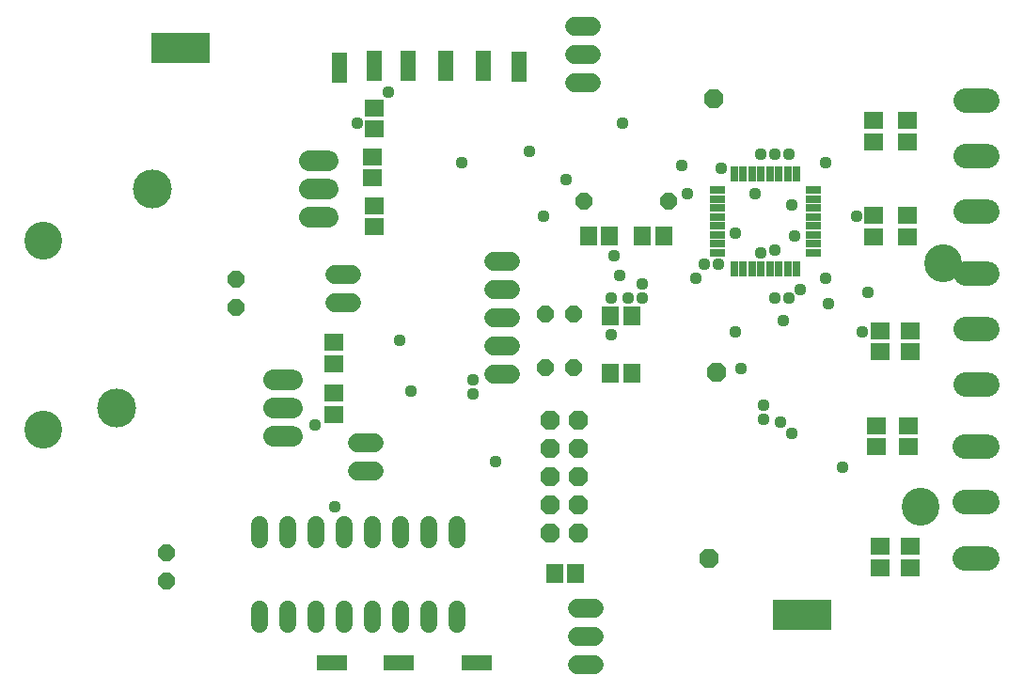
<source format=gts>
G75*
G70*
%OFA0B0*%
%FSLAX24Y24*%
%IPPOS*%
%LPD*%
%AMOC8*
5,1,8,0,0,1.08239X$1,22.5*
%
%ADD10C,0.1340*%
%ADD11C,0.0600*%
%ADD12C,0.0740*%
%ADD13C,0.1380*%
%ADD14R,0.0671X0.0592*%
%ADD15OC8,0.0680*%
%ADD16OC8,0.0600*%
%ADD17C,0.0680*%
%ADD18R,0.2080X0.1080*%
%ADD19R,0.0580X0.1080*%
%ADD20R,0.0580X0.0300*%
%ADD21R,0.0300X0.0580*%
%ADD22C,0.0860*%
%ADD23R,0.0592X0.0671*%
%ADD24R,0.1080X0.0580*%
%ADD25R,0.0592X0.0710*%
%ADD26C,0.0437*%
D10*
X002120Y009368D03*
X002120Y016060D03*
X033222Y006612D03*
X034009Y015273D03*
D11*
X016785Y005986D02*
X016785Y005466D01*
X015785Y005466D02*
X015785Y005986D01*
X014785Y005986D02*
X014785Y005466D01*
X013785Y005466D02*
X013785Y005986D01*
X012785Y005986D02*
X012785Y005466D01*
X011785Y005466D02*
X011785Y005986D01*
X010785Y005986D02*
X010785Y005466D01*
X009785Y005466D02*
X009785Y005986D01*
X009785Y002986D02*
X009785Y002466D01*
X010785Y002466D02*
X010785Y002986D01*
X011785Y002986D02*
X011785Y002466D01*
X012785Y002466D02*
X012785Y002986D01*
X013785Y002986D02*
X013785Y002466D01*
X014785Y002466D02*
X014785Y002986D01*
X015785Y002986D02*
X015785Y002466D01*
X016785Y002466D02*
X016785Y002986D01*
D12*
X010949Y009119D02*
X010289Y009119D01*
X010289Y010119D02*
X010949Y010119D01*
X010949Y011119D02*
X010289Y011119D01*
X011556Y016882D02*
X012216Y016882D01*
X012216Y017882D02*
X011556Y017882D01*
X011556Y018882D02*
X012216Y018882D01*
D13*
X005986Y017882D03*
X004719Y010119D03*
D14*
X012426Y009900D03*
X012426Y010648D03*
X012406Y011700D03*
X012406Y012448D03*
X013868Y016546D03*
X013868Y017294D03*
X013776Y018287D03*
X013776Y019035D03*
X013861Y020018D03*
X013861Y020766D03*
X031539Y020314D03*
X031539Y019566D03*
X032739Y019566D03*
X032739Y020314D03*
X032739Y016954D03*
X032739Y016206D03*
X031539Y016206D03*
X031539Y016954D03*
X031779Y012874D03*
X031779Y012126D03*
X032859Y012126D03*
X032859Y012874D03*
X032798Y009508D03*
X032798Y008760D03*
X031636Y008760D03*
X031636Y009508D03*
X031779Y005213D03*
X031779Y004465D03*
X032859Y004465D03*
X032859Y005213D03*
D15*
X025724Y004778D03*
X021096Y005710D03*
X020096Y005710D03*
X020096Y006710D03*
X021096Y006710D03*
X021096Y007710D03*
X020096Y007710D03*
X020096Y008710D03*
X021096Y008710D03*
X021096Y009710D03*
X020096Y009710D03*
X025997Y011399D03*
X025877Y021077D03*
D16*
X006486Y004009D03*
X006486Y005009D03*
X008966Y013679D03*
X008966Y014679D03*
X019911Y013455D03*
X020911Y013455D03*
X020911Y011555D03*
X019911Y011555D03*
X021292Y017476D03*
X024292Y017476D03*
D17*
X018672Y015340D02*
X018072Y015340D01*
X018072Y014340D02*
X018672Y014340D01*
X018672Y013340D02*
X018072Y013340D01*
X018072Y012340D02*
X018672Y012340D01*
X018672Y011340D02*
X018072Y011340D01*
X013853Y008903D02*
X013253Y008903D01*
X013253Y007903D02*
X013853Y007903D01*
X021046Y003017D02*
X021646Y003017D01*
X021646Y002017D02*
X021046Y002017D01*
X021046Y001017D02*
X021646Y001017D01*
X013065Y013852D02*
X012465Y013852D01*
X012465Y014852D02*
X013065Y014852D01*
X020964Y021662D02*
X021564Y021662D01*
X021564Y022662D02*
X020964Y022662D01*
X020964Y023662D02*
X021564Y023662D01*
D18*
X006986Y022895D03*
X029033Y002785D03*
D19*
X018981Y022231D03*
X017705Y022254D03*
X016385Y022254D03*
X015065Y022254D03*
X013865Y022254D03*
X012631Y022198D03*
D20*
X026029Y017848D03*
X026029Y017533D03*
X026029Y017218D03*
X026029Y016903D03*
X026029Y016588D03*
X026029Y016273D03*
X026029Y015958D03*
X026029Y015643D03*
X029409Y015643D03*
X029409Y015958D03*
X029409Y016273D03*
X029409Y016588D03*
X029409Y016903D03*
X029409Y017218D03*
X029409Y017533D03*
X029409Y017848D03*
D21*
X028822Y018435D03*
X028507Y018435D03*
X028192Y018435D03*
X027877Y018435D03*
X027562Y018435D03*
X027247Y018435D03*
X026932Y018435D03*
X026617Y018435D03*
X026617Y015055D03*
X026932Y015055D03*
X027247Y015055D03*
X027562Y015055D03*
X027877Y015055D03*
X028192Y015055D03*
X028507Y015055D03*
X028822Y015055D03*
D22*
X034806Y014895D02*
X035586Y014895D01*
X035586Y012925D02*
X034806Y012925D01*
X034806Y010955D02*
X035586Y010955D01*
X035576Y008750D02*
X034796Y008750D01*
X034796Y006780D02*
X035576Y006780D01*
X035576Y004810D02*
X034796Y004810D01*
X034817Y017101D02*
X035597Y017101D01*
X035597Y019071D02*
X034817Y019071D01*
X034817Y021041D02*
X035597Y021041D01*
D23*
X024113Y016220D03*
X023365Y016220D03*
X022193Y016220D03*
X021445Y016220D03*
D24*
X017474Y001100D03*
X014718Y001100D03*
X012356Y001100D03*
D25*
X020250Y004249D03*
X020998Y004249D03*
X022231Y011348D03*
X022979Y011348D03*
X022979Y013385D03*
X022231Y013385D03*
D26*
X022251Y014012D03*
X022851Y014012D03*
X023351Y014012D03*
X023351Y014512D03*
X022551Y014812D03*
X022351Y015512D03*
X019851Y016912D03*
X020651Y018212D03*
X019351Y019212D03*
X016951Y018812D03*
X013251Y020212D03*
X014351Y021312D03*
X022651Y020212D03*
X024751Y018712D03*
X024951Y017712D03*
X026151Y018612D03*
X027551Y019112D03*
X028051Y019112D03*
X028551Y019112D03*
X029851Y018812D03*
X028651Y017312D03*
X027351Y017712D03*
X026651Y016312D03*
X027551Y015612D03*
X028051Y015712D03*
X028751Y016212D03*
X029851Y014712D03*
X028951Y014312D03*
X028551Y014012D03*
X028051Y014012D03*
X028351Y013212D03*
X029951Y013812D03*
X031351Y014212D03*
X031151Y012812D03*
X027651Y010212D03*
X027651Y009712D03*
X028251Y009612D03*
X028651Y009212D03*
X030451Y008012D03*
X026851Y011512D03*
X026651Y012812D03*
X025251Y014712D03*
X025551Y015212D03*
X026051Y015212D03*
X022251Y012712D03*
X017351Y011112D03*
X017351Y010612D03*
X015151Y010712D03*
X014751Y012512D03*
X011751Y009512D03*
X012451Y006612D03*
X018151Y008212D03*
X030951Y016912D03*
M02*

</source>
